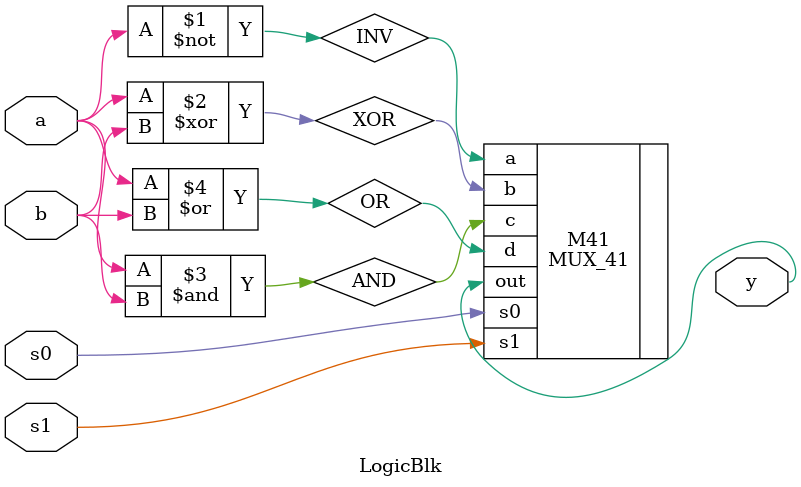
<source format=v>
`timescale 1ns / 1ps


module LogicBlk(a,b,s0,s1,y);
    input a,b,s0,s1;
    output y;
    wire INV, XOR, AND, OR;
    
    assign INV = ~a;
    assign XOR = a ^ b;
    assign AND = a & b;
    assign OR = a | b;
    
    MUX_41 M41(.a(INV), .b(XOR), .c(AND), .d(OR), .s0(s0), .s1(s1), .out(y));
    
endmodule

</source>
